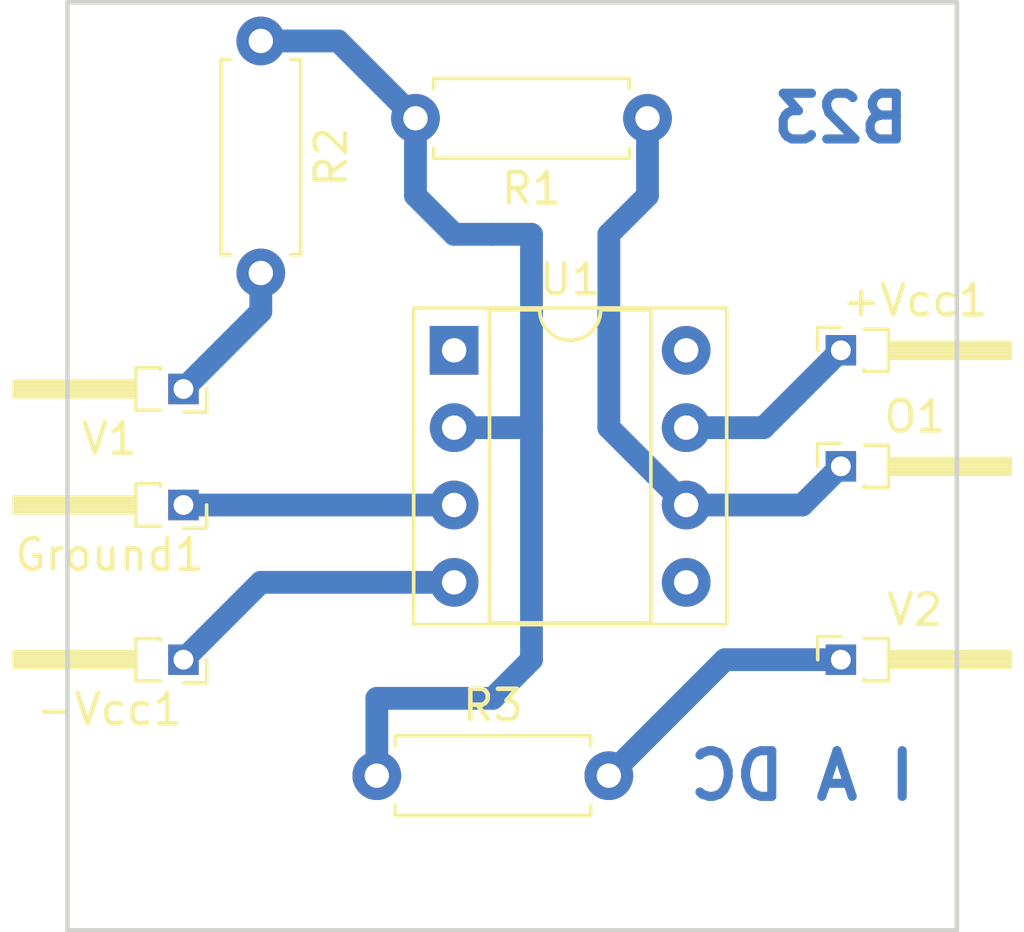
<source format=kicad_pcb>
(kicad_pcb (version 4) (host pcbnew 4.0.7)

  (general
    (links 10)
    (no_connects 0)
    (area 111.884999 64.694999 145.925001 95.325001)
    (thickness 1.6)
    (drawings 6)
    (tracks 27)
    (zones 0)
    (modules 10)
    (nets 11)
  )

  (page A4)
  (layers
    (0 F.Cu signal)
    (31 B.Cu signal)
    (32 B.Adhes user)
    (33 F.Adhes user)
    (34 B.Paste user)
    (35 F.Paste user)
    (36 B.SilkS user)
    (37 F.SilkS user)
    (38 B.Mask user)
    (39 F.Mask user)
    (40 Dwgs.User user)
    (41 Cmts.User user)
    (42 Eco1.User user)
    (43 Eco2.User user)
    (44 Edge.Cuts user)
    (45 Margin user)
    (46 B.CrtYd user)
    (47 F.CrtYd user)
    (48 B.Fab user)
    (49 F.Fab user)
  )

  (setup
    (last_trace_width 0.75)
    (trace_clearance 0.2)
    (zone_clearance 0.508)
    (zone_45_only no)
    (trace_min 0.2)
    (segment_width 0.2)
    (edge_width 0.15)
    (via_size 0.6)
    (via_drill 0.4)
    (via_min_size 0.4)
    (via_min_drill 0.3)
    (uvia_size 0.3)
    (uvia_drill 0.1)
    (uvias_allowed no)
    (uvia_min_size 0.2)
    (uvia_min_drill 0.1)
    (pcb_text_width 0.3)
    (pcb_text_size 1.5 1.5)
    (mod_edge_width 0.15)
    (mod_text_size 1 1)
    (mod_text_width 0.15)
    (pad_size 1.524 1.524)
    (pad_drill 0.762)
    (pad_to_mask_clearance 0.2)
    (aux_axis_origin 0 0)
    (visible_elements 7FFFFFFF)
    (pcbplotparams
      (layerselection 0x3d030_80000001)
      (usegerberextensions false)
      (excludeedgelayer true)
      (linewidth 0.100000)
      (plotframeref false)
      (viasonmask false)
      (mode 1)
      (useauxorigin false)
      (hpglpennumber 1)
      (hpglpenspeed 20)
      (hpglpendiameter 15)
      (hpglpenoverlay 2)
      (psnegative false)
      (psa4output false)
      (plotreference true)
      (plotvalue true)
      (plotinvisibletext false)
      (padsonsilk false)
      (subtractmaskfromsilk false)
      (outputformat 1)
      (mirror false)
      (drillshape 0)
      (scaleselection 1)
      (outputdirectory ""))
  )

  (net 0 "")
  (net 1 "Net-(+Vcc1-Pad1)")
  (net 2 "Net-(-Vcc1-Pad1)")
  (net 3 "Net-(Ground1-Pad1)")
  (net 4 "Net-(O1-Pad1)")
  (net 5 "Net-(R1-Pad2)")
  (net 6 "Net-(R2-Pad2)")
  (net 7 "Net-(R3-Pad2)")
  (net 8 "Net-(U1-Pad1)")
  (net 9 "Net-(U1-Pad5)")
  (net 10 "Net-(U1-Pad8)")

  (net_class Default "This is the default net class."
    (clearance 0.2)
    (trace_width 0.75)
    (via_dia 0.6)
    (via_drill 0.4)
    (uvia_dia 0.3)
    (uvia_drill 0.1)
    (add_net "Net-(+Vcc1-Pad1)")
    (add_net "Net-(-Vcc1-Pad1)")
    (add_net "Net-(Ground1-Pad1)")
    (add_net "Net-(O1-Pad1)")
    (add_net "Net-(R1-Pad2)")
    (add_net "Net-(R2-Pad2)")
    (add_net "Net-(R3-Pad2)")
    (add_net "Net-(U1-Pad1)")
    (add_net "Net-(U1-Pad5)")
    (add_net "Net-(U1-Pad8)")
  )

  (module Pin_Headers:Pin_Header_Angled_1x01_Pitch1.27mm (layer F.Cu) (tedit 59650535) (tstamp 5C508AF2)
    (at 139.7 76.2)
    (descr "Through hole angled pin header, 1x01, 1.27mm pitch, 4.0mm pin length, single row")
    (tags "Through hole angled pin header THT 1x01 1.27mm single row")
    (path /5C508620)
    (fp_text reference +Vcc1 (at 2.4325 -1.635) (layer F.SilkS)
      (effects (font (size 1 1) (thickness 0.15)))
    )
    (fp_text value +12V (at 2.4325 1.635) (layer F.Fab)
      (effects (font (size 1 1) (thickness 0.15)))
    )
    (fp_line (start 0.75 -0.635) (end 1.5 -0.635) (layer F.Fab) (width 0.1))
    (fp_line (start 1.5 -0.635) (end 1.5 0.635) (layer F.Fab) (width 0.1))
    (fp_line (start 1.5 0.635) (end 0.5 0.635) (layer F.Fab) (width 0.1))
    (fp_line (start 0.5 0.635) (end 0.5 -0.385) (layer F.Fab) (width 0.1))
    (fp_line (start 0.5 -0.385) (end 0.75 -0.635) (layer F.Fab) (width 0.1))
    (fp_line (start -0.2 -0.2) (end 0.5 -0.2) (layer F.Fab) (width 0.1))
    (fp_line (start -0.2 -0.2) (end -0.2 0.2) (layer F.Fab) (width 0.1))
    (fp_line (start -0.2 0.2) (end 0.5 0.2) (layer F.Fab) (width 0.1))
    (fp_line (start 1.5 -0.2) (end 5.5 -0.2) (layer F.Fab) (width 0.1))
    (fp_line (start 5.5 -0.2) (end 5.5 0.2) (layer F.Fab) (width 0.1))
    (fp_line (start 1.5 0.2) (end 5.5 0.2) (layer F.Fab) (width 0.1))
    (fp_line (start 0.76 -0.695) (end 1.56 -0.695) (layer F.SilkS) (width 0.12))
    (fp_line (start 1.56 -0.695) (end 1.56 0.695) (layer F.SilkS) (width 0.12))
    (fp_line (start 1.56 0.695) (end 0.76 0.695) (layer F.SilkS) (width 0.12))
    (fp_line (start 0.76 0.695) (end 0.76 0.619677) (layer F.SilkS) (width 0.12))
    (fp_line (start 1.56 -0.26) (end 5.56 -0.26) (layer F.SilkS) (width 0.12))
    (fp_line (start 5.56 -0.26) (end 5.56 0.26) (layer F.SilkS) (width 0.12))
    (fp_line (start 5.56 0.26) (end 1.56 0.26) (layer F.SilkS) (width 0.12))
    (fp_line (start 1.56 -0.2) (end 5.56 -0.2) (layer F.SilkS) (width 0.12))
    (fp_line (start 1.56 -0.08) (end 5.56 -0.08) (layer F.SilkS) (width 0.12))
    (fp_line (start 1.56 0.04) (end 5.56 0.04) (layer F.SilkS) (width 0.12))
    (fp_line (start 1.56 0.16) (end 5.56 0.16) (layer F.SilkS) (width 0.12))
    (fp_line (start -0.76 0) (end -0.76 -0.76) (layer F.SilkS) (width 0.12))
    (fp_line (start -0.76 -0.76) (end 0 -0.76) (layer F.SilkS) (width 0.12))
    (fp_line (start -1.15 -1.15) (end -1.15 1.15) (layer F.CrtYd) (width 0.05))
    (fp_line (start -1.15 1.15) (end 6 1.15) (layer F.CrtYd) (width 0.05))
    (fp_line (start 6 1.15) (end 6 -1.15) (layer F.CrtYd) (width 0.05))
    (fp_line (start 6 -1.15) (end -1.15 -1.15) (layer F.CrtYd) (width 0.05))
    (fp_text user %R (at 1 0 90) (layer F.Fab)
      (effects (font (size 0.6 0.6) (thickness 0.09)))
    )
    (pad 1 thru_hole rect (at 0 0) (size 1 1) (drill 0.65) (layers *.Cu *.Mask)
      (net 1 "Net-(+Vcc1-Pad1)"))
    (model ${KISYS3DMOD}/Pin_Headers.3dshapes/Pin_Header_Angled_1x01_Pitch1.27mm.wrl
      (at (xyz 0 0 0))
      (scale (xyz 1 1 1))
      (rotate (xyz 0 0 0))
    )
  )

  (module Pin_Headers:Pin_Header_Angled_1x01_Pitch1.27mm (layer F.Cu) (tedit 59650535) (tstamp 5C508AF7)
    (at 118.11 86.36 180)
    (descr "Through hole angled pin header, 1x01, 1.27mm pitch, 4.0mm pin length, single row")
    (tags "Through hole angled pin header THT 1x01 1.27mm single row")
    (path /5C508595)
    (fp_text reference -Vcc1 (at 2.4325 -1.635 180) (layer F.SilkS)
      (effects (font (size 1 1) (thickness 0.15)))
    )
    (fp_text value -12V (at 2.4325 1.635 180) (layer F.Fab)
      (effects (font (size 1 1) (thickness 0.15)))
    )
    (fp_line (start 0.75 -0.635) (end 1.5 -0.635) (layer F.Fab) (width 0.1))
    (fp_line (start 1.5 -0.635) (end 1.5 0.635) (layer F.Fab) (width 0.1))
    (fp_line (start 1.5 0.635) (end 0.5 0.635) (layer F.Fab) (width 0.1))
    (fp_line (start 0.5 0.635) (end 0.5 -0.385) (layer F.Fab) (width 0.1))
    (fp_line (start 0.5 -0.385) (end 0.75 -0.635) (layer F.Fab) (width 0.1))
    (fp_line (start -0.2 -0.2) (end 0.5 -0.2) (layer F.Fab) (width 0.1))
    (fp_line (start -0.2 -0.2) (end -0.2 0.2) (layer F.Fab) (width 0.1))
    (fp_line (start -0.2 0.2) (end 0.5 0.2) (layer F.Fab) (width 0.1))
    (fp_line (start 1.5 -0.2) (end 5.5 -0.2) (layer F.Fab) (width 0.1))
    (fp_line (start 5.5 -0.2) (end 5.5 0.2) (layer F.Fab) (width 0.1))
    (fp_line (start 1.5 0.2) (end 5.5 0.2) (layer F.Fab) (width 0.1))
    (fp_line (start 0.76 -0.695) (end 1.56 -0.695) (layer F.SilkS) (width 0.12))
    (fp_line (start 1.56 -0.695) (end 1.56 0.695) (layer F.SilkS) (width 0.12))
    (fp_line (start 1.56 0.695) (end 0.76 0.695) (layer F.SilkS) (width 0.12))
    (fp_line (start 0.76 0.695) (end 0.76 0.619677) (layer F.SilkS) (width 0.12))
    (fp_line (start 1.56 -0.26) (end 5.56 -0.26) (layer F.SilkS) (width 0.12))
    (fp_line (start 5.56 -0.26) (end 5.56 0.26) (layer F.SilkS) (width 0.12))
    (fp_line (start 5.56 0.26) (end 1.56 0.26) (layer F.SilkS) (width 0.12))
    (fp_line (start 1.56 -0.2) (end 5.56 -0.2) (layer F.SilkS) (width 0.12))
    (fp_line (start 1.56 -0.08) (end 5.56 -0.08) (layer F.SilkS) (width 0.12))
    (fp_line (start 1.56 0.04) (end 5.56 0.04) (layer F.SilkS) (width 0.12))
    (fp_line (start 1.56 0.16) (end 5.56 0.16) (layer F.SilkS) (width 0.12))
    (fp_line (start -0.76 0) (end -0.76 -0.76) (layer F.SilkS) (width 0.12))
    (fp_line (start -0.76 -0.76) (end 0 -0.76) (layer F.SilkS) (width 0.12))
    (fp_line (start -1.15 -1.15) (end -1.15 1.15) (layer F.CrtYd) (width 0.05))
    (fp_line (start -1.15 1.15) (end 6 1.15) (layer F.CrtYd) (width 0.05))
    (fp_line (start 6 1.15) (end 6 -1.15) (layer F.CrtYd) (width 0.05))
    (fp_line (start 6 -1.15) (end -1.15 -1.15) (layer F.CrtYd) (width 0.05))
    (fp_text user %R (at 1 0 270) (layer F.Fab)
      (effects (font (size 0.6 0.6) (thickness 0.09)))
    )
    (pad 1 thru_hole rect (at 0 0 180) (size 1 1) (drill 0.65) (layers *.Cu *.Mask)
      (net 2 "Net-(-Vcc1-Pad1)"))
    (model ${KISYS3DMOD}/Pin_Headers.3dshapes/Pin_Header_Angled_1x01_Pitch1.27mm.wrl
      (at (xyz 0 0 0))
      (scale (xyz 1 1 1))
      (rotate (xyz 0 0 0))
    )
  )

  (module Pin_Headers:Pin_Header_Angled_1x01_Pitch1.27mm (layer F.Cu) (tedit 59650535) (tstamp 5C508AFC)
    (at 118.11 81.28 180)
    (descr "Through hole angled pin header, 1x01, 1.27mm pitch, 4.0mm pin length, single row")
    (tags "Through hole angled pin header THT 1x01 1.27mm single row")
    (path /5C50857A)
    (fp_text reference Ground1 (at 2.4325 -1.635 180) (layer F.SilkS)
      (effects (font (size 1 1) (thickness 0.15)))
    )
    (fp_text value Gnd (at 2.4325 1.635 180) (layer F.Fab)
      (effects (font (size 1 1) (thickness 0.15)))
    )
    (fp_line (start 0.75 -0.635) (end 1.5 -0.635) (layer F.Fab) (width 0.1))
    (fp_line (start 1.5 -0.635) (end 1.5 0.635) (layer F.Fab) (width 0.1))
    (fp_line (start 1.5 0.635) (end 0.5 0.635) (layer F.Fab) (width 0.1))
    (fp_line (start 0.5 0.635) (end 0.5 -0.385) (layer F.Fab) (width 0.1))
    (fp_line (start 0.5 -0.385) (end 0.75 -0.635) (layer F.Fab) (width 0.1))
    (fp_line (start -0.2 -0.2) (end 0.5 -0.2) (layer F.Fab) (width 0.1))
    (fp_line (start -0.2 -0.2) (end -0.2 0.2) (layer F.Fab) (width 0.1))
    (fp_line (start -0.2 0.2) (end 0.5 0.2) (layer F.Fab) (width 0.1))
    (fp_line (start 1.5 -0.2) (end 5.5 -0.2) (layer F.Fab) (width 0.1))
    (fp_line (start 5.5 -0.2) (end 5.5 0.2) (layer F.Fab) (width 0.1))
    (fp_line (start 1.5 0.2) (end 5.5 0.2) (layer F.Fab) (width 0.1))
    (fp_line (start 0.76 -0.695) (end 1.56 -0.695) (layer F.SilkS) (width 0.12))
    (fp_line (start 1.56 -0.695) (end 1.56 0.695) (layer F.SilkS) (width 0.12))
    (fp_line (start 1.56 0.695) (end 0.76 0.695) (layer F.SilkS) (width 0.12))
    (fp_line (start 0.76 0.695) (end 0.76 0.619677) (layer F.SilkS) (width 0.12))
    (fp_line (start 1.56 -0.26) (end 5.56 -0.26) (layer F.SilkS) (width 0.12))
    (fp_line (start 5.56 -0.26) (end 5.56 0.26) (layer F.SilkS) (width 0.12))
    (fp_line (start 5.56 0.26) (end 1.56 0.26) (layer F.SilkS) (width 0.12))
    (fp_line (start 1.56 -0.2) (end 5.56 -0.2) (layer F.SilkS) (width 0.12))
    (fp_line (start 1.56 -0.08) (end 5.56 -0.08) (layer F.SilkS) (width 0.12))
    (fp_line (start 1.56 0.04) (end 5.56 0.04) (layer F.SilkS) (width 0.12))
    (fp_line (start 1.56 0.16) (end 5.56 0.16) (layer F.SilkS) (width 0.12))
    (fp_line (start -0.76 0) (end -0.76 -0.76) (layer F.SilkS) (width 0.12))
    (fp_line (start -0.76 -0.76) (end 0 -0.76) (layer F.SilkS) (width 0.12))
    (fp_line (start -1.15 -1.15) (end -1.15 1.15) (layer F.CrtYd) (width 0.05))
    (fp_line (start -1.15 1.15) (end 6 1.15) (layer F.CrtYd) (width 0.05))
    (fp_line (start 6 1.15) (end 6 -1.15) (layer F.CrtYd) (width 0.05))
    (fp_line (start 6 -1.15) (end -1.15 -1.15) (layer F.CrtYd) (width 0.05))
    (fp_text user %R (at 1 0 270) (layer F.Fab)
      (effects (font (size 0.6 0.6) (thickness 0.09)))
    )
    (pad 1 thru_hole rect (at 0 0 180) (size 1 1) (drill 0.65) (layers *.Cu *.Mask)
      (net 3 "Net-(Ground1-Pad1)"))
    (model ${KISYS3DMOD}/Pin_Headers.3dshapes/Pin_Header_Angled_1x01_Pitch1.27mm.wrl
      (at (xyz 0 0 0))
      (scale (xyz 1 1 1))
      (rotate (xyz 0 0 0))
    )
  )

  (module Pin_Headers:Pin_Header_Angled_1x01_Pitch1.27mm (layer F.Cu) (tedit 59650535) (tstamp 5C508B01)
    (at 139.7 80.01)
    (descr "Through hole angled pin header, 1x01, 1.27mm pitch, 4.0mm pin length, single row")
    (tags "Through hole angled pin header THT 1x01 1.27mm single row")
    (path /5C5085F7)
    (fp_text reference O1 (at 2.4325 -1.635) (layer F.SilkS)
      (effects (font (size 1 1) (thickness 0.15)))
    )
    (fp_text value CRO (at 2.4325 1.635) (layer F.Fab)
      (effects (font (size 1 1) (thickness 0.15)))
    )
    (fp_line (start 0.75 -0.635) (end 1.5 -0.635) (layer F.Fab) (width 0.1))
    (fp_line (start 1.5 -0.635) (end 1.5 0.635) (layer F.Fab) (width 0.1))
    (fp_line (start 1.5 0.635) (end 0.5 0.635) (layer F.Fab) (width 0.1))
    (fp_line (start 0.5 0.635) (end 0.5 -0.385) (layer F.Fab) (width 0.1))
    (fp_line (start 0.5 -0.385) (end 0.75 -0.635) (layer F.Fab) (width 0.1))
    (fp_line (start -0.2 -0.2) (end 0.5 -0.2) (layer F.Fab) (width 0.1))
    (fp_line (start -0.2 -0.2) (end -0.2 0.2) (layer F.Fab) (width 0.1))
    (fp_line (start -0.2 0.2) (end 0.5 0.2) (layer F.Fab) (width 0.1))
    (fp_line (start 1.5 -0.2) (end 5.5 -0.2) (layer F.Fab) (width 0.1))
    (fp_line (start 5.5 -0.2) (end 5.5 0.2) (layer F.Fab) (width 0.1))
    (fp_line (start 1.5 0.2) (end 5.5 0.2) (layer F.Fab) (width 0.1))
    (fp_line (start 0.76 -0.695) (end 1.56 -0.695) (layer F.SilkS) (width 0.12))
    (fp_line (start 1.56 -0.695) (end 1.56 0.695) (layer F.SilkS) (width 0.12))
    (fp_line (start 1.56 0.695) (end 0.76 0.695) (layer F.SilkS) (width 0.12))
    (fp_line (start 0.76 0.695) (end 0.76 0.619677) (layer F.SilkS) (width 0.12))
    (fp_line (start 1.56 -0.26) (end 5.56 -0.26) (layer F.SilkS) (width 0.12))
    (fp_line (start 5.56 -0.26) (end 5.56 0.26) (layer F.SilkS) (width 0.12))
    (fp_line (start 5.56 0.26) (end 1.56 0.26) (layer F.SilkS) (width 0.12))
    (fp_line (start 1.56 -0.2) (end 5.56 -0.2) (layer F.SilkS) (width 0.12))
    (fp_line (start 1.56 -0.08) (end 5.56 -0.08) (layer F.SilkS) (width 0.12))
    (fp_line (start 1.56 0.04) (end 5.56 0.04) (layer F.SilkS) (width 0.12))
    (fp_line (start 1.56 0.16) (end 5.56 0.16) (layer F.SilkS) (width 0.12))
    (fp_line (start -0.76 0) (end -0.76 -0.76) (layer F.SilkS) (width 0.12))
    (fp_line (start -0.76 -0.76) (end 0 -0.76) (layer F.SilkS) (width 0.12))
    (fp_line (start -1.15 -1.15) (end -1.15 1.15) (layer F.CrtYd) (width 0.05))
    (fp_line (start -1.15 1.15) (end 6 1.15) (layer F.CrtYd) (width 0.05))
    (fp_line (start 6 1.15) (end 6 -1.15) (layer F.CrtYd) (width 0.05))
    (fp_line (start 6 -1.15) (end -1.15 -1.15) (layer F.CrtYd) (width 0.05))
    (fp_text user %R (at 1 0 90) (layer F.Fab)
      (effects (font (size 0.6 0.6) (thickness 0.09)))
    )
    (pad 1 thru_hole rect (at 0 0) (size 1 1) (drill 0.65) (layers *.Cu *.Mask)
      (net 4 "Net-(O1-Pad1)"))
    (model ${KISYS3DMOD}/Pin_Headers.3dshapes/Pin_Header_Angled_1x01_Pitch1.27mm.wrl
      (at (xyz 0 0 0))
      (scale (xyz 1 1 1))
      (rotate (xyz 0 0 0))
    )
  )

  (module Resistors_THT:R_Axial_DIN0207_L6.3mm_D2.5mm_P7.62mm_Horizontal (layer F.Cu) (tedit 5874F706) (tstamp 5C508B07)
    (at 133.35 68.58 180)
    (descr "Resistor, Axial_DIN0207 series, Axial, Horizontal, pin pitch=7.62mm, 0.25W = 1/4W, length*diameter=6.3*2.5mm^2, http://cdn-reichelt.de/documents/datenblatt/B400/1_4W%23YAG.pdf")
    (tags "Resistor Axial_DIN0207 series Axial Horizontal pin pitch 7.62mm 0.25W = 1/4W length 6.3mm diameter 2.5mm")
    (path /5C508740)
    (fp_text reference R1 (at 3.81 -2.31 180) (layer F.SilkS)
      (effects (font (size 1 1) (thickness 0.15)))
    )
    (fp_text value "1k ohm" (at 3.81 2.31 180) (layer F.Fab)
      (effects (font (size 1 1) (thickness 0.15)))
    )
    (fp_line (start 0.66 -1.25) (end 0.66 1.25) (layer F.Fab) (width 0.1))
    (fp_line (start 0.66 1.25) (end 6.96 1.25) (layer F.Fab) (width 0.1))
    (fp_line (start 6.96 1.25) (end 6.96 -1.25) (layer F.Fab) (width 0.1))
    (fp_line (start 6.96 -1.25) (end 0.66 -1.25) (layer F.Fab) (width 0.1))
    (fp_line (start 0 0) (end 0.66 0) (layer F.Fab) (width 0.1))
    (fp_line (start 7.62 0) (end 6.96 0) (layer F.Fab) (width 0.1))
    (fp_line (start 0.6 -0.98) (end 0.6 -1.31) (layer F.SilkS) (width 0.12))
    (fp_line (start 0.6 -1.31) (end 7.02 -1.31) (layer F.SilkS) (width 0.12))
    (fp_line (start 7.02 -1.31) (end 7.02 -0.98) (layer F.SilkS) (width 0.12))
    (fp_line (start 0.6 0.98) (end 0.6 1.31) (layer F.SilkS) (width 0.12))
    (fp_line (start 0.6 1.31) (end 7.02 1.31) (layer F.SilkS) (width 0.12))
    (fp_line (start 7.02 1.31) (end 7.02 0.98) (layer F.SilkS) (width 0.12))
    (fp_line (start -1.05 -1.6) (end -1.05 1.6) (layer F.CrtYd) (width 0.05))
    (fp_line (start -1.05 1.6) (end 8.7 1.6) (layer F.CrtYd) (width 0.05))
    (fp_line (start 8.7 1.6) (end 8.7 -1.6) (layer F.CrtYd) (width 0.05))
    (fp_line (start 8.7 -1.6) (end -1.05 -1.6) (layer F.CrtYd) (width 0.05))
    (pad 1 thru_hole circle (at 0 0 180) (size 1.6 1.6) (drill 0.8) (layers *.Cu *.Mask)
      (net 4 "Net-(O1-Pad1)"))
    (pad 2 thru_hole oval (at 7.62 0 180) (size 1.6 1.6) (drill 0.8) (layers *.Cu *.Mask)
      (net 5 "Net-(R1-Pad2)"))
    (model ${KISYS3DMOD}/Resistors_THT.3dshapes/R_Axial_DIN0207_L6.3mm_D2.5mm_P7.62mm_Horizontal.wrl
      (at (xyz 0 0 0))
      (scale (xyz 0.393701 0.393701 0.393701))
      (rotate (xyz 0 0 0))
    )
  )

  (module Resistors_THT:R_Axial_DIN0207_L6.3mm_D2.5mm_P7.62mm_Horizontal (layer F.Cu) (tedit 5874F706) (tstamp 5C508B0D)
    (at 120.65 66.04 270)
    (descr "Resistor, Axial_DIN0207 series, Axial, Horizontal, pin pitch=7.62mm, 0.25W = 1/4W, length*diameter=6.3*2.5mm^2, http://cdn-reichelt.de/documents/datenblatt/B400/1_4W%23YAG.pdf")
    (tags "Resistor Axial_DIN0207 series Axial Horizontal pin pitch 7.62mm 0.25W = 1/4W length 6.3mm diameter 2.5mm")
    (path /5C508775)
    (fp_text reference R2 (at 3.81 -2.31 270) (layer F.SilkS)
      (effects (font (size 1 1) (thickness 0.15)))
    )
    (fp_text value "1k ohm" (at 3.81 2.31 270) (layer F.Fab)
      (effects (font (size 1 1) (thickness 0.15)))
    )
    (fp_line (start 0.66 -1.25) (end 0.66 1.25) (layer F.Fab) (width 0.1))
    (fp_line (start 0.66 1.25) (end 6.96 1.25) (layer F.Fab) (width 0.1))
    (fp_line (start 6.96 1.25) (end 6.96 -1.25) (layer F.Fab) (width 0.1))
    (fp_line (start 6.96 -1.25) (end 0.66 -1.25) (layer F.Fab) (width 0.1))
    (fp_line (start 0 0) (end 0.66 0) (layer F.Fab) (width 0.1))
    (fp_line (start 7.62 0) (end 6.96 0) (layer F.Fab) (width 0.1))
    (fp_line (start 0.6 -0.98) (end 0.6 -1.31) (layer F.SilkS) (width 0.12))
    (fp_line (start 0.6 -1.31) (end 7.02 -1.31) (layer F.SilkS) (width 0.12))
    (fp_line (start 7.02 -1.31) (end 7.02 -0.98) (layer F.SilkS) (width 0.12))
    (fp_line (start 0.6 0.98) (end 0.6 1.31) (layer F.SilkS) (width 0.12))
    (fp_line (start 0.6 1.31) (end 7.02 1.31) (layer F.SilkS) (width 0.12))
    (fp_line (start 7.02 1.31) (end 7.02 0.98) (layer F.SilkS) (width 0.12))
    (fp_line (start -1.05 -1.6) (end -1.05 1.6) (layer F.CrtYd) (width 0.05))
    (fp_line (start -1.05 1.6) (end 8.7 1.6) (layer F.CrtYd) (width 0.05))
    (fp_line (start 8.7 1.6) (end 8.7 -1.6) (layer F.CrtYd) (width 0.05))
    (fp_line (start 8.7 -1.6) (end -1.05 -1.6) (layer F.CrtYd) (width 0.05))
    (pad 1 thru_hole circle (at 0 0 270) (size 1.6 1.6) (drill 0.8) (layers *.Cu *.Mask)
      (net 5 "Net-(R1-Pad2)"))
    (pad 2 thru_hole oval (at 7.62 0 270) (size 1.6 1.6) (drill 0.8) (layers *.Cu *.Mask)
      (net 6 "Net-(R2-Pad2)"))
    (model ${KISYS3DMOD}/Resistors_THT.3dshapes/R_Axial_DIN0207_L6.3mm_D2.5mm_P7.62mm_Horizontal.wrl
      (at (xyz 0 0 0))
      (scale (xyz 0.393701 0.393701 0.393701))
      (rotate (xyz 0 0 0))
    )
  )

  (module Resistors_THT:R_Axial_DIN0207_L6.3mm_D2.5mm_P7.62mm_Horizontal (layer F.Cu) (tedit 5874F706) (tstamp 5C508B13)
    (at 124.46 90.17)
    (descr "Resistor, Axial_DIN0207 series, Axial, Horizontal, pin pitch=7.62mm, 0.25W = 1/4W, length*diameter=6.3*2.5mm^2, http://cdn-reichelt.de/documents/datenblatt/B400/1_4W%23YAG.pdf")
    (tags "Resistor Axial_DIN0207 series Axial Horizontal pin pitch 7.62mm 0.25W = 1/4W length 6.3mm diameter 2.5mm")
    (path /5C50879C)
    (fp_text reference R3 (at 3.81 -2.31) (layer F.SilkS)
      (effects (font (size 1 1) (thickness 0.15)))
    )
    (fp_text value "1k ohm" (at 3.81 2.31) (layer F.Fab)
      (effects (font (size 1 1) (thickness 0.15)))
    )
    (fp_line (start 0.66 -1.25) (end 0.66 1.25) (layer F.Fab) (width 0.1))
    (fp_line (start 0.66 1.25) (end 6.96 1.25) (layer F.Fab) (width 0.1))
    (fp_line (start 6.96 1.25) (end 6.96 -1.25) (layer F.Fab) (width 0.1))
    (fp_line (start 6.96 -1.25) (end 0.66 -1.25) (layer F.Fab) (width 0.1))
    (fp_line (start 0 0) (end 0.66 0) (layer F.Fab) (width 0.1))
    (fp_line (start 7.62 0) (end 6.96 0) (layer F.Fab) (width 0.1))
    (fp_line (start 0.6 -0.98) (end 0.6 -1.31) (layer F.SilkS) (width 0.12))
    (fp_line (start 0.6 -1.31) (end 7.02 -1.31) (layer F.SilkS) (width 0.12))
    (fp_line (start 7.02 -1.31) (end 7.02 -0.98) (layer F.SilkS) (width 0.12))
    (fp_line (start 0.6 0.98) (end 0.6 1.31) (layer F.SilkS) (width 0.12))
    (fp_line (start 0.6 1.31) (end 7.02 1.31) (layer F.SilkS) (width 0.12))
    (fp_line (start 7.02 1.31) (end 7.02 0.98) (layer F.SilkS) (width 0.12))
    (fp_line (start -1.05 -1.6) (end -1.05 1.6) (layer F.CrtYd) (width 0.05))
    (fp_line (start -1.05 1.6) (end 8.7 1.6) (layer F.CrtYd) (width 0.05))
    (fp_line (start 8.7 1.6) (end 8.7 -1.6) (layer F.CrtYd) (width 0.05))
    (fp_line (start 8.7 -1.6) (end -1.05 -1.6) (layer F.CrtYd) (width 0.05))
    (pad 1 thru_hole circle (at 0 0) (size 1.6 1.6) (drill 0.8) (layers *.Cu *.Mask)
      (net 5 "Net-(R1-Pad2)"))
    (pad 2 thru_hole oval (at 7.62 0) (size 1.6 1.6) (drill 0.8) (layers *.Cu *.Mask)
      (net 7 "Net-(R3-Pad2)"))
    (model ${KISYS3DMOD}/Resistors_THT.3dshapes/R_Axial_DIN0207_L6.3mm_D2.5mm_P7.62mm_Horizontal.wrl
      (at (xyz 0 0 0))
      (scale (xyz 0.393701 0.393701 0.393701))
      (rotate (xyz 0 0 0))
    )
  )

  (module Housings_DIP:DIP-8_W7.62mm_Socket (layer F.Cu) (tedit 59C78D6B) (tstamp 5C508B1F)
    (at 127 76.2)
    (descr "8-lead though-hole mounted DIP package, row spacing 7.62 mm (300 mils), Socket")
    (tags "THT DIP DIL PDIP 2.54mm 7.62mm 300mil Socket")
    (path /5C50850F)
    (fp_text reference U1 (at 3.81 -2.33) (layer F.SilkS)
      (effects (font (size 1 1) (thickness 0.15)))
    )
    (fp_text value LM741 (at 3.81 9.95) (layer F.Fab)
      (effects (font (size 1 1) (thickness 0.15)))
    )
    (fp_arc (start 3.81 -1.33) (end 2.81 -1.33) (angle -180) (layer F.SilkS) (width 0.12))
    (fp_line (start 1.635 -1.27) (end 6.985 -1.27) (layer F.Fab) (width 0.1))
    (fp_line (start 6.985 -1.27) (end 6.985 8.89) (layer F.Fab) (width 0.1))
    (fp_line (start 6.985 8.89) (end 0.635 8.89) (layer F.Fab) (width 0.1))
    (fp_line (start 0.635 8.89) (end 0.635 -0.27) (layer F.Fab) (width 0.1))
    (fp_line (start 0.635 -0.27) (end 1.635 -1.27) (layer F.Fab) (width 0.1))
    (fp_line (start -1.27 -1.33) (end -1.27 8.95) (layer F.Fab) (width 0.1))
    (fp_line (start -1.27 8.95) (end 8.89 8.95) (layer F.Fab) (width 0.1))
    (fp_line (start 8.89 8.95) (end 8.89 -1.33) (layer F.Fab) (width 0.1))
    (fp_line (start 8.89 -1.33) (end -1.27 -1.33) (layer F.Fab) (width 0.1))
    (fp_line (start 2.81 -1.33) (end 1.16 -1.33) (layer F.SilkS) (width 0.12))
    (fp_line (start 1.16 -1.33) (end 1.16 8.95) (layer F.SilkS) (width 0.12))
    (fp_line (start 1.16 8.95) (end 6.46 8.95) (layer F.SilkS) (width 0.12))
    (fp_line (start 6.46 8.95) (end 6.46 -1.33) (layer F.SilkS) (width 0.12))
    (fp_line (start 6.46 -1.33) (end 4.81 -1.33) (layer F.SilkS) (width 0.12))
    (fp_line (start -1.33 -1.39) (end -1.33 9.01) (layer F.SilkS) (width 0.12))
    (fp_line (start -1.33 9.01) (end 8.95 9.01) (layer F.SilkS) (width 0.12))
    (fp_line (start 8.95 9.01) (end 8.95 -1.39) (layer F.SilkS) (width 0.12))
    (fp_line (start 8.95 -1.39) (end -1.33 -1.39) (layer F.SilkS) (width 0.12))
    (fp_line (start -1.55 -1.6) (end -1.55 9.2) (layer F.CrtYd) (width 0.05))
    (fp_line (start -1.55 9.2) (end 9.15 9.2) (layer F.CrtYd) (width 0.05))
    (fp_line (start 9.15 9.2) (end 9.15 -1.6) (layer F.CrtYd) (width 0.05))
    (fp_line (start 9.15 -1.6) (end -1.55 -1.6) (layer F.CrtYd) (width 0.05))
    (fp_text user %R (at 3.81 3.81) (layer F.Fab)
      (effects (font (size 1 1) (thickness 0.15)))
    )
    (pad 1 thru_hole rect (at 0 0) (size 1.6 1.6) (drill 0.8) (layers *.Cu *.Mask)
      (net 8 "Net-(U1-Pad1)"))
    (pad 5 thru_hole oval (at 7.62 7.62) (size 1.6 1.6) (drill 0.8) (layers *.Cu *.Mask)
      (net 9 "Net-(U1-Pad5)"))
    (pad 2 thru_hole oval (at 0 2.54) (size 1.6 1.6) (drill 0.8) (layers *.Cu *.Mask)
      (net 5 "Net-(R1-Pad2)"))
    (pad 6 thru_hole oval (at 7.62 5.08) (size 1.6 1.6) (drill 0.8) (layers *.Cu *.Mask)
      (net 4 "Net-(O1-Pad1)"))
    (pad 3 thru_hole oval (at 0 5.08) (size 1.6 1.6) (drill 0.8) (layers *.Cu *.Mask)
      (net 3 "Net-(Ground1-Pad1)"))
    (pad 7 thru_hole oval (at 7.62 2.54) (size 1.6 1.6) (drill 0.8) (layers *.Cu *.Mask)
      (net 1 "Net-(+Vcc1-Pad1)"))
    (pad 4 thru_hole oval (at 0 7.62) (size 1.6 1.6) (drill 0.8) (layers *.Cu *.Mask)
      (net 2 "Net-(-Vcc1-Pad1)"))
    (pad 8 thru_hole oval (at 7.62 0) (size 1.6 1.6) (drill 0.8) (layers *.Cu *.Mask)
      (net 10 "Net-(U1-Pad8)"))
    (model ${KISYS3DMOD}/Housings_DIP.3dshapes/DIP-8_W7.62mm_Socket.wrl
      (at (xyz 0 0 0))
      (scale (xyz 1 1 1))
      (rotate (xyz 0 0 0))
    )
  )

  (module Pin_Headers:Pin_Header_Angled_1x01_Pitch1.27mm (layer F.Cu) (tedit 59650535) (tstamp 5C508B24)
    (at 118.11 77.47 180)
    (descr "Through hole angled pin header, 1x01, 1.27mm pitch, 4.0mm pin length, single row")
    (tags "Through hole angled pin header THT 1x01 1.27mm single row")
    (path /5C508553)
    (fp_text reference V1 (at 2.4325 -1.635 180) (layer F.SilkS)
      (effects (font (size 1 1) (thickness 0.15)))
    )
    (fp_text value I1 (at 2.4325 1.635 180) (layer F.Fab)
      (effects (font (size 1 1) (thickness 0.15)))
    )
    (fp_line (start 0.75 -0.635) (end 1.5 -0.635) (layer F.Fab) (width 0.1))
    (fp_line (start 1.5 -0.635) (end 1.5 0.635) (layer F.Fab) (width 0.1))
    (fp_line (start 1.5 0.635) (end 0.5 0.635) (layer F.Fab) (width 0.1))
    (fp_line (start 0.5 0.635) (end 0.5 -0.385) (layer F.Fab) (width 0.1))
    (fp_line (start 0.5 -0.385) (end 0.75 -0.635) (layer F.Fab) (width 0.1))
    (fp_line (start -0.2 -0.2) (end 0.5 -0.2) (layer F.Fab) (width 0.1))
    (fp_line (start -0.2 -0.2) (end -0.2 0.2) (layer F.Fab) (width 0.1))
    (fp_line (start -0.2 0.2) (end 0.5 0.2) (layer F.Fab) (width 0.1))
    (fp_line (start 1.5 -0.2) (end 5.5 -0.2) (layer F.Fab) (width 0.1))
    (fp_line (start 5.5 -0.2) (end 5.5 0.2) (layer F.Fab) (width 0.1))
    (fp_line (start 1.5 0.2) (end 5.5 0.2) (layer F.Fab) (width 0.1))
    (fp_line (start 0.76 -0.695) (end 1.56 -0.695) (layer F.SilkS) (width 0.12))
    (fp_line (start 1.56 -0.695) (end 1.56 0.695) (layer F.SilkS) (width 0.12))
    (fp_line (start 1.56 0.695) (end 0.76 0.695) (layer F.SilkS) (width 0.12))
    (fp_line (start 0.76 0.695) (end 0.76 0.619677) (layer F.SilkS) (width 0.12))
    (fp_line (start 1.56 -0.26) (end 5.56 -0.26) (layer F.SilkS) (width 0.12))
    (fp_line (start 5.56 -0.26) (end 5.56 0.26) (layer F.SilkS) (width 0.12))
    (fp_line (start 5.56 0.26) (end 1.56 0.26) (layer F.SilkS) (width 0.12))
    (fp_line (start 1.56 -0.2) (end 5.56 -0.2) (layer F.SilkS) (width 0.12))
    (fp_line (start 1.56 -0.08) (end 5.56 -0.08) (layer F.SilkS) (width 0.12))
    (fp_line (start 1.56 0.04) (end 5.56 0.04) (layer F.SilkS) (width 0.12))
    (fp_line (start 1.56 0.16) (end 5.56 0.16) (layer F.SilkS) (width 0.12))
    (fp_line (start -0.76 0) (end -0.76 -0.76) (layer F.SilkS) (width 0.12))
    (fp_line (start -0.76 -0.76) (end 0 -0.76) (layer F.SilkS) (width 0.12))
    (fp_line (start -1.15 -1.15) (end -1.15 1.15) (layer F.CrtYd) (width 0.05))
    (fp_line (start -1.15 1.15) (end 6 1.15) (layer F.CrtYd) (width 0.05))
    (fp_line (start 6 1.15) (end 6 -1.15) (layer F.CrtYd) (width 0.05))
    (fp_line (start 6 -1.15) (end -1.15 -1.15) (layer F.CrtYd) (width 0.05))
    (fp_text user %R (at 1 0 270) (layer F.Fab)
      (effects (font (size 0.6 0.6) (thickness 0.09)))
    )
    (pad 1 thru_hole rect (at 0 0 180) (size 1 1) (drill 0.65) (layers *.Cu *.Mask)
      (net 6 "Net-(R2-Pad2)"))
    (model ${KISYS3DMOD}/Pin_Headers.3dshapes/Pin_Header_Angled_1x01_Pitch1.27mm.wrl
      (at (xyz 0 0 0))
      (scale (xyz 1 1 1))
      (rotate (xyz 0 0 0))
    )
  )

  (module Pin_Headers:Pin_Header_Angled_1x01_Pitch1.27mm (layer F.Cu) (tedit 59650535) (tstamp 5C508B29)
    (at 139.7 86.36)
    (descr "Through hole angled pin header, 1x01, 1.27mm pitch, 4.0mm pin length, single row")
    (tags "Through hole angled pin header THT 1x01 1.27mm single row")
    (path /5C508877)
    (fp_text reference V2 (at 2.4325 -1.635) (layer F.SilkS)
      (effects (font (size 1 1) (thickness 0.15)))
    )
    (fp_text value I2 (at 2.4325 1.635) (layer F.Fab)
      (effects (font (size 1 1) (thickness 0.15)))
    )
    (fp_line (start 0.75 -0.635) (end 1.5 -0.635) (layer F.Fab) (width 0.1))
    (fp_line (start 1.5 -0.635) (end 1.5 0.635) (layer F.Fab) (width 0.1))
    (fp_line (start 1.5 0.635) (end 0.5 0.635) (layer F.Fab) (width 0.1))
    (fp_line (start 0.5 0.635) (end 0.5 -0.385) (layer F.Fab) (width 0.1))
    (fp_line (start 0.5 -0.385) (end 0.75 -0.635) (layer F.Fab) (width 0.1))
    (fp_line (start -0.2 -0.2) (end 0.5 -0.2) (layer F.Fab) (width 0.1))
    (fp_line (start -0.2 -0.2) (end -0.2 0.2) (layer F.Fab) (width 0.1))
    (fp_line (start -0.2 0.2) (end 0.5 0.2) (layer F.Fab) (width 0.1))
    (fp_line (start 1.5 -0.2) (end 5.5 -0.2) (layer F.Fab) (width 0.1))
    (fp_line (start 5.5 -0.2) (end 5.5 0.2) (layer F.Fab) (width 0.1))
    (fp_line (start 1.5 0.2) (end 5.5 0.2) (layer F.Fab) (width 0.1))
    (fp_line (start 0.76 -0.695) (end 1.56 -0.695) (layer F.SilkS) (width 0.12))
    (fp_line (start 1.56 -0.695) (end 1.56 0.695) (layer F.SilkS) (width 0.12))
    (fp_line (start 1.56 0.695) (end 0.76 0.695) (layer F.SilkS) (width 0.12))
    (fp_line (start 0.76 0.695) (end 0.76 0.619677) (layer F.SilkS) (width 0.12))
    (fp_line (start 1.56 -0.26) (end 5.56 -0.26) (layer F.SilkS) (width 0.12))
    (fp_line (start 5.56 -0.26) (end 5.56 0.26) (layer F.SilkS) (width 0.12))
    (fp_line (start 5.56 0.26) (end 1.56 0.26) (layer F.SilkS) (width 0.12))
    (fp_line (start 1.56 -0.2) (end 5.56 -0.2) (layer F.SilkS) (width 0.12))
    (fp_line (start 1.56 -0.08) (end 5.56 -0.08) (layer F.SilkS) (width 0.12))
    (fp_line (start 1.56 0.04) (end 5.56 0.04) (layer F.SilkS) (width 0.12))
    (fp_line (start 1.56 0.16) (end 5.56 0.16) (layer F.SilkS) (width 0.12))
    (fp_line (start -0.76 0) (end -0.76 -0.76) (layer F.SilkS) (width 0.12))
    (fp_line (start -0.76 -0.76) (end 0 -0.76) (layer F.SilkS) (width 0.12))
    (fp_line (start -1.15 -1.15) (end -1.15 1.15) (layer F.CrtYd) (width 0.05))
    (fp_line (start -1.15 1.15) (end 6 1.15) (layer F.CrtYd) (width 0.05))
    (fp_line (start 6 1.15) (end 6 -1.15) (layer F.CrtYd) (width 0.05))
    (fp_line (start 6 -1.15) (end -1.15 -1.15) (layer F.CrtYd) (width 0.05))
    (fp_text user %R (at 1 0 90) (layer F.Fab)
      (effects (font (size 0.6 0.6) (thickness 0.09)))
    )
    (pad 1 thru_hole rect (at 0 0) (size 1 1) (drill 0.65) (layers *.Cu *.Mask)
      (net 7 "Net-(R3-Pad2)"))
    (model ${KISYS3DMOD}/Pin_Headers.3dshapes/Pin_Header_Angled_1x01_Pitch1.27mm.wrl
      (at (xyz 0 0 0))
      (scale (xyz 1 1 1))
      (rotate (xyz 0 0 0))
    )
  )

  (gr_line (start 143.51 64.77) (end 114.3 64.77) (angle 90) (layer Edge.Cuts) (width 0.15))
  (gr_line (start 143.51 95.25) (end 143.51 64.77) (angle 90) (layer Edge.Cuts) (width 0.15))
  (gr_line (start 114.3 95.25) (end 143.51 95.25) (angle 90) (layer Edge.Cuts) (width 0.15))
  (gr_line (start 114.3 64.77) (end 114.3 95.25) (angle 90) (layer Edge.Cuts) (width 0.15))
  (gr_text "I A DC" (at 138.43 90.17) (layer B.Cu)
    (effects (font (size 1.5 1.5) (thickness 0.3)) (justify mirror))
  )
  (gr_text B23 (at 139.7 68.58) (layer B.Cu)
    (effects (font (size 1.5 1.5) (thickness 0.3)) (justify mirror))
  )

  (segment (start 134.62 78.74) (end 137.16 78.74) (width 0.75) (layer B.Cu) (net 1))
  (segment (start 137.16 78.74) (end 139.7 76.2) (width 0.75) (layer B.Cu) (net 1) (tstamp 5C508C53))
  (segment (start 127 83.82) (end 120.65 83.82) (width 0.75) (layer B.Cu) (net 2))
  (segment (start 120.65 83.82) (end 118.11 86.36) (width 0.75) (layer B.Cu) (net 2) (tstamp 5C508C8F))
  (segment (start 127 81.28) (end 118.11 81.28) (width 0.75) (layer B.Cu) (net 3))
  (segment (start 133.35 68.58) (end 133.35 71.12) (width 0.75) (layer B.Cu) (net 4))
  (segment (start 132.08 78.74) (end 134.62 81.28) (width 0.75) (layer B.Cu) (net 4) (tstamp 5C508C5B))
  (segment (start 132.08 72.39) (end 132.08 78.74) (width 0.75) (layer B.Cu) (net 4) (tstamp 5C508C5A))
  (segment (start 133.35 71.12) (end 132.08 72.39) (width 0.75) (layer B.Cu) (net 4) (tstamp 5C508C59))
  (segment (start 134.62 81.28) (end 138.43 81.28) (width 0.75) (layer B.Cu) (net 4))
  (segment (start 138.43 81.28) (end 139.7 80.01) (width 0.75) (layer B.Cu) (net 4) (tstamp 5C508C56))
  (segment (start 125.73 68.58) (end 125.73 71.12) (width 0.75) (layer B.Cu) (net 5))
  (segment (start 129.54 72.39) (end 129.54 78.74) (width 0.75) (layer B.Cu) (net 5) (tstamp 5C508C7D))
  (segment (start 128.27 72.39) (end 129.54 72.39) (width 0.75) (layer B.Cu) (net 5) (tstamp 5C508C7B))
  (segment (start 127 72.39) (end 128.27 72.39) (width 0.75) (layer B.Cu) (net 5) (tstamp 5C508C7A))
  (segment (start 125.73 71.12) (end 127 72.39) (width 0.75) (layer B.Cu) (net 5) (tstamp 5C508C73))
  (segment (start 120.65 66.04) (end 123.19 66.04) (width 0.75) (layer B.Cu) (net 5))
  (segment (start 123.19 66.04) (end 125.73 68.58) (width 0.75) (layer B.Cu) (net 5) (tstamp 5C508C6F))
  (segment (start 127 78.74) (end 129.54 78.74) (width 0.75) (layer B.Cu) (net 5))
  (segment (start 124.46 87.63) (end 124.46 90.17) (width 0.75) (layer B.Cu) (net 5) (tstamp 5C508C65))
  (segment (start 129.54 78.74) (end 129.54 86.36) (width 0.75) (layer B.Cu) (net 5) (tstamp 5C508C5E))
  (segment (start 129.54 86.36) (end 128.27 87.63) (width 0.75) (layer B.Cu) (net 5) (tstamp 5C508C5F))
  (segment (start 128.27 87.63) (end 124.46 87.63) (width 0.75) (layer B.Cu) (net 5) (tstamp 5C508C61))
  (segment (start 120.65 73.66) (end 120.65 74.93) (width 0.75) (layer B.Cu) (net 6))
  (segment (start 120.65 74.93) (end 118.11 77.47) (width 0.75) (layer B.Cu) (net 6) (tstamp 5C508C89))
  (segment (start 139.7 86.36) (end 135.89 86.36) (width 0.75) (layer B.Cu) (net 7))
  (segment (start 135.89 86.36) (end 132.08 90.17) (width 0.75) (layer B.Cu) (net 7) (tstamp 5C508C6B))

)

</source>
